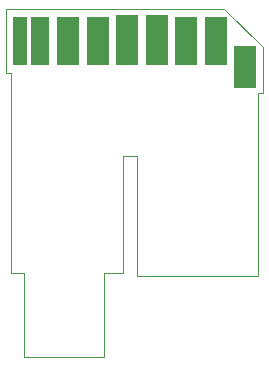
<source format=gbp>
G04 EAGLE Gerber RS-274X export*
G75*
%MOMM*%
%FSLAX34Y34*%
%LPD*%
%INSolder paste bottom*%
%IPPOS*%
%AMOC8*
5,1,8,0,0,1.08239X$1,22.5*%
G01*
%ADD10C,0.000000*%
%ADD11R,1.900000X3.650000*%
%ADD12R,1.900000X4.050000*%
%ADD13R,1.900000X4.250000*%
%ADD14R,1.500000X4.050000*%
%ADD15R,1.300000X4.050000*%


D10*
X11500Y1000D02*
X11500Y72500D01*
X1000Y72500D01*
X1000Y241500D01*
X-3000Y241500D01*
X-3000Y296000D01*
X181500Y296000D01*
X214000Y263500D01*
X214000Y224500D01*
X210000Y224500D01*
X210000Y69500D01*
X107500Y69500D01*
X96000Y72500D02*
X79500Y72500D01*
X79500Y1000D01*
X11500Y1000D01*
X107500Y69500D02*
X107500Y171000D01*
X96000Y171000D01*
X96000Y72500D01*
D11*
X199300Y246800D03*
D12*
X174300Y268800D03*
X149300Y268800D03*
D13*
X124300Y269800D03*
X99300Y269800D03*
D12*
X74300Y268800D03*
X49300Y268800D03*
D14*
X25100Y268800D03*
D15*
X8100Y268800D03*
M02*

</source>
